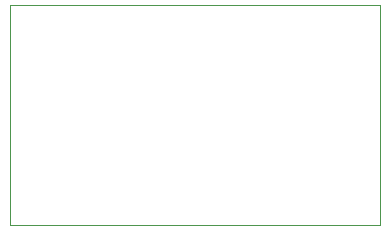
<source format=gbr>
%TF.GenerationSoftware,KiCad,Pcbnew,8.0.6*%
%TF.CreationDate,2024-12-31T17:28:59-06:00*%
%TF.ProjectId,OpAmpDistortion,4f70416d-7044-4697-9374-6f7274696f6e,rev?*%
%TF.SameCoordinates,Original*%
%TF.FileFunction,Profile,NP*%
%FSLAX46Y46*%
G04 Gerber Fmt 4.6, Leading zero omitted, Abs format (unit mm)*
G04 Created by KiCad (PCBNEW 8.0.6) date 2024-12-31 17:28:59*
%MOMM*%
%LPD*%
G01*
G04 APERTURE LIST*
%TA.AperFunction,Profile*%
%ADD10C,0.050000*%
%TD*%
G04 APERTURE END LIST*
D10*
X124500000Y-81593600D02*
X155900000Y-81593600D01*
X155900000Y-100200000D01*
X124500000Y-100200000D01*
X124500000Y-81593600D01*
M02*

</source>
